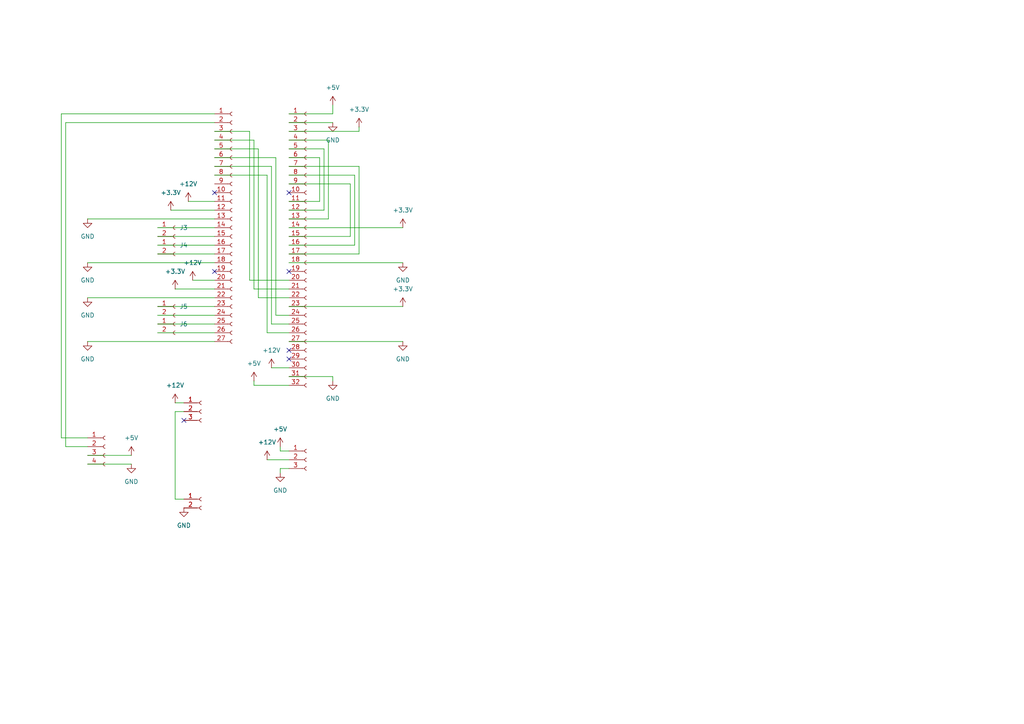
<source format=kicad_sch>
(kicad_sch (version 20250114) (generator "eeschema") (generator_version "9.0")
  (paper "A4")
  (lib_symbols
    (symbol "Connector:Conn_01x02_Socket" (pin_names (offset 1.016) (hide yes))
      (property "Reference" "J" (at 0 2.54 0))
      (property "Value" "Conn_01x02_Socket" (at 0 -5.08 0))
      (symbol "Conn_01x02_Socket_1_1"
        (polyline (pts (xy -1.27 0) (xy -0.508 0)) (stroke (width 0.1524)))
        (polyline (pts (xy -1.27 -2.54) (xy -0.508 -2.54)) (stroke (width 0.1524)))
        (arc (start 0 -0.508) (mid -0.5058 0) (end 0 0.508) (stroke (width 0.1524)))
        (arc (start 0 -3.048) (mid -0.5058 -2.54) (end 0 -2.032) (stroke (width 0.1524)))
        (pin passive line (at -5.08 0 0) (length 3.81) (name "Pin_1") (number "1"))
        (pin passive line (at -5.08 -2.54 0) (length 3.81) (name "Pin_2") (number "2"))
      )
    )
    (symbol "Connector:Conn_01x03_Socket" (pin_names (offset 1.016) (hide yes))
      (property "Reference" "J" (at 0 5.08 0))
      (property "Value" "Conn_01x03_Socket" (at 0 -5.08 0))
      (symbol "Conn_01x03_Socket_1_1"
        (polyline (pts (xy -1.27 2.54) (xy -0.508 2.54)) (stroke (width 0.1524)))
        (polyline (pts (xy -1.27 0) (xy -0.508 0)) (stroke (width 0.1524)))
        (polyline (pts (xy -1.27 -2.54) (xy -0.508 -2.54)) (stroke (width 0.1524)))
        (arc (start 0 2.032) (mid -0.5058 2.54) (end 0 3.048) (stroke (width 0.1524)))
        (arc (start 0 -0.508) (mid -0.5058 0) (end 0 0.508) (stroke (width 0.1524)))
        (arc (start 0 -3.048) (mid -0.5058 -2.54) (end 0 -2.032) (stroke (width 0.1524)))
        (pin passive line (at -5.08 2.54 0) (length 3.81) (name "Pin_1") (number "1"))
        (pin passive line (at -5.08 0 0) (length 3.81) (name "Pin_2") (number "2"))
        (pin passive line (at -5.08 -2.54 0) (length 3.81) (name "Pin_3") (number "3"))
      )
    )
    (symbol "Connector:Conn_01x04_Socket" (pin_names (offset 1.016) (hide yes))
      (property "Reference" "J" (at 0 5.08 0))
      (property "Value" "Conn_01x04_Socket" (at 0 -7.62 0))
      (symbol "Conn_01x04_Socket_1_1"
        (polyline (pts (xy -1.27 2.54) (xy -0.508 2.54)) (stroke (width 0.1524)))
        (polyline (pts (xy -1.27 0) (xy -0.508 0)) (stroke (width 0.1524)))
        (polyline (pts (xy -1.27 -2.54) (xy -0.508 -2.54)) (stroke (width 0.1524)))
        (polyline (pts (xy -1.27 -5.08) (xy -0.508 -5.08)) (stroke (width 0.1524)))
        (arc (start 0 2.032) (mid -0.5058 2.54) (end 0 3.048) (stroke (width 0.1524)))
        (arc (start 0 -0.508) (mid -0.5058 0) (end 0 0.508) (stroke (width 0.1524)))
        (arc (start 0 -3.048) (mid -0.5058 -2.54) (end 0 -2.032) (stroke (width 0.1524)))
        (arc (start 0 -5.588) (mid -0.5058 -5.08) (end 0 -4.572) (stroke (width 0.1524)))
        (pin passive line (at -5.08 2.54 0) (length 3.81) (name "Pin_1") (number "1"))
        (pin passive line (at -5.08 0 0) (length 3.81) (name "Pin_2") (number "2"))
        (pin passive line (at -5.08 -2.54 0) (length 3.81) (name "Pin_3") (number "3"))
        (pin passive line (at -5.08 -5.08 0) (length 3.81) (name "Pin_4") (number "4"))
      )
    )
    (symbol "Connector:Conn_01x27_Socket" (pin_names (offset 1.016) (hide yes))
      (property "Reference" "J" (at 0 35.56 0))
      (property "Value" "Conn_01x27_Socket" (at 0 -35.56 0))
      (symbol "Conn_01x27_Socket_1_1"
        (polyline (pts (xy -1.27 33.02) (xy -0.508 33.02)) (stroke (width 0.1524)))
        (polyline (pts (xy -1.27 30.48) (xy -0.508 30.48)) (stroke (width 0.1524)))
        (polyline (pts (xy -1.27 27.94) (xy -0.508 27.94)) (stroke (width 0.1524)))
        (polyline (pts (xy -1.27 25.4) (xy -0.508 25.4)) (stroke (width 0.1524)))
        (polyline (pts (xy -1.27 22.86) (xy -0.508 22.86)) (stroke (width 0.1524)))
        (polyline (pts (xy -1.27 20.32) (xy -0.508 20.32)) (stroke (width 0.1524)))
        (polyline (pts (xy -1.27 17.78) (xy -0.508 17.78)) (stroke (width 0.1524)))
        (polyline (pts (xy -1.27 15.24) (xy -0.508 15.24)) (stroke (width 0.1524)))
        (polyline (pts (xy -1.27 12.7) (xy -0.508 12.7)) (stroke (width 0.1524)))
        (polyline (pts (xy -1.27 10.16) (xy -0.508 10.16)) (stroke (width 0.1524)))
        (polyline (pts (xy -1.27 7.62) (xy -0.508 7.62)) (stroke (width 0.1524)))
        (polyline (pts (xy -1.27 5.08) (xy -0.508 5.08)) (stroke (width 0.1524)))
        (polyline (pts (xy -1.27 2.54) (xy -0.508 2.54)) (stroke (width 0.1524)))
        (polyline (pts (xy -1.27 0) (xy -0.508 0)) (stroke (width 0.1524)))
        (polyline (pts (xy -1.27 -2.54) (xy -0.508 -2.54)) (stroke (width 0.1524)))
        (polyline (pts (xy -1.27 -5.08) (xy -0.508 -5.08)) (stroke (width 0.1524)))
        (polyline (pts (xy -1.27 -7.62) (xy -0.508 -7.62)) (stroke (width 0.1524)))
        (polyline (pts (xy -1.27 -10.16) (xy -0.508 -10.16)) (stroke (width 0.1524)))
        (polyline (pts (xy -1.27 -12.7) (xy -0.508 -12.7)) (stroke (width 0.1524)))
        (polyline (pts (xy -1.27 -15.24) (xy -0.508 -15.24)) (stroke (width 0.1524)))
        (polyline (pts (xy -1.27 -17.78) (xy -0.508 -17.78)) (stroke (width 0.1524)))
        (polyline (pts (xy -1.27 -20.32) (xy -0.508 -20.32)) (stroke (width 0.1524)))
        (polyline (pts (xy -1.27 -22.86) (xy -0.508 -22.86)) (stroke (width 0.1524)))
        (polyline (pts (xy -1.27 -25.4) (xy -0.508 -25.4)) (stroke (width 0.1524)))
        (polyline (pts (xy -1.27 -27.94) (xy -0.508 -27.94)) (stroke (width 0.1524)))
        (polyline (pts (xy -1.27 -30.48) (xy -0.508 -30.48)) (stroke (width 0.1524)))
        (polyline (pts (xy -1.27 -33.02) (xy -0.508 -33.02)) (stroke (width 0.1524)))
        (arc (start 0 32.512) (mid -0.5058 33.02) (end 0 33.528) (stroke (width 0.1524)))
        (arc (start 0 29.972) (mid -0.5058 30.48) (end 0 30.988) (stroke (width 0.1524)))
        (arc (start 0 27.432) (mid -0.5058 27.94) (end 0 28.448) (stroke (width 0.1524)))
        (arc (start 0 24.892) (mid -0.5058 25.4) (end 0 25.908) (stroke (width 0.1524)))
        (arc (start 0 22.352) (mid -0.5058 22.86) (end 0 23.368) (stroke (width 0.1524)))
        (arc (start 0 19.812) (mid -0.5058 20.32) (end 0 20.828) (stroke (width 0.1524)))
        (arc (start 0 17.272) (mid -0.5058 17.78) (end 0 18.288) (stroke (width 0.1524)))
        (arc (start 0 14.732) (mid -0.5058 15.24) (end 0 15.748) (stroke (width 0.1524)))
        (arc (start 0 12.192) (mid -0.5058 12.7) (end 0 13.208) (stroke (width 0.1524)))
        (arc (start 0 9.652) (mid -0.5058 10.16) (end 0 10.668) (stroke (width 0.1524)))
        (arc (start 0 7.112) (mid -0.5058 7.62) (end 0 8.128) (stroke (width 0.1524)))
        (arc (start 0 4.572) (mid -0.5058 5.08) (end 0 5.588) (stroke (width 0.1524)))
        (arc (start 0 2.032) (mid -0.5058 2.54) (end 0 3.048) (stroke (width 0.1524)))
        (arc (start 0 -0.508) (mid -0.5058 0) (end 0 0.508) (stroke (width 0.1524)))
        (arc (start 0 -3.048) (mid -0.5058 -2.54) (end 0 -2.032) (stroke (width 0.1524)))
        (arc (start 0 -5.588) (mid -0.5058 -5.08) (end 0 -4.572) (stroke (width 0.1524)))
        (arc (start 0 -8.128) (mid -0.5058 -7.62) (end 0 -7.112) (stroke (width 0.1524)))
        (arc (start 0 -10.668) (mid -0.5058 -10.16) (end 0 -9.652) (stroke (width 0.1524)))
        (arc (start 0 -13.208) (mid -0.5058 -12.7) (end 0 -12.192) (stroke (width 0.1524)))
        (arc (start 0 -15.748) (mid -0.5058 -15.24) (end 0 -14.732) (stroke (width 0.1524)))
        (arc (start 0 -18.288) (mid -0.5058 -17.78) (end 0 -17.272) (stroke (width 0.1524)))
        (arc (start 0 -20.828) (mid -0.5058 -20.32) (end 0 -19.812) (stroke (width 0.1524)))
        (arc (start 0 -23.368) (mid -0.5058 -22.86) (end 0 -22.352) (stroke (width 0.1524)))
        (arc (start 0 -25.908) (mid -0.5058 -25.4) (end 0 -24.892) (stroke (width 0.1524)))
        (arc (start 0 -28.448) (mid -0.5058 -27.94) (end 0 -27.432) (stroke (width 0.1524)))
        (arc (start 0 -30.988) (mid -0.5058 -30.48) (end 0 -29.972) (stroke (width 0.1524)))
        (arc (start 0 -33.528) (mid -0.5058 -33.02) (end 0 -32.512) (stroke (width 0.1524)))
        (pin passive line (at -5.08 33.02 0) (length 3.81) (name "Pin_1") (number "1"))
        (pin passive line (at -5.08 30.48 0) (length 3.81) (name "Pin_2") (number "2"))
        (pin passive line (at -5.08 27.94 0) (length 3.81) (name "Pin_3") (number "3"))
        (pin passive line (at -5.08 25.4 0) (length 3.81) (name "Pin_4") (number "4"))
        (pin passive line (at -5.08 22.86 0) (length 3.81) (name "Pin_5") (number "5"))
        (pin passive line (at -5.08 20.32 0) (length 3.81) (name "Pin_6") (number "6"))
        (pin passive line (at -5.08 17.78 0) (length 3.81) (name "Pin_7") (number "7"))
        (pin passive line (at -5.08 15.24 0) (length 3.81) (name "Pin_8") (number "8"))
        (pin passive line (at -5.08 12.7 0) (length 3.81) (name "Pin_9") (number "9"))
        (pin passive line (at -5.08 10.16 0) (length 3.81) (name "Pin_10") (number "10"))
        (pin passive line (at -5.08 7.62 0) (length 3.81) (name "Pin_11") (number "11"))
        (pin passive line (at -5.08 5.08 0) (length 3.81) (name "Pin_12") (number "12"))
        (pin passive line (at -5.08 2.54 0) (length 3.81) (name "Pin_13") (number "13"))
        (pin passive line (at -5.08 0 0) (length 3.81) (name "Pin_14") (number "14"))
        (pin passive line (at -5.08 -2.54 0) (length 3.81) (name "Pin_15") (number "15"))
        (pin passive line (at -5.08 -5.08 0) (length 3.81) (name "Pin_16") (number "16"))
        (pin passive line (at -5.08 -7.62 0) (length 3.81) (name "Pin_17") (number "17"))
        (pin passive line (at -5.08 -10.16 0) (length 3.81) (name "Pin_18") (number "18"))
        (pin passive line (at -5.08 -12.7 0) (length 3.81) (name "Pin_19") (number "19"))
        (pin passive line (at -5.08 -15.24 0) (length 3.81) (name "Pin_20") (number "20"))
        (pin passive line (at -5.08 -17.78 0) (length 3.81) (name "Pin_21") (number "21"))
        (pin passive line (at -5.08 -20.32 0) (length 3.81) (name "Pin_22") (number "22"))
        (pin passive line (at -5.08 -22.86 0) (length 3.81) (name "Pin_23") (number "23"))
        (pin passive line (at -5.08 -25.4 0) (length 3.81) (name "Pin_24") (number "24"))
        (pin passive line (at -5.08 -27.94 0) (length 3.81) (name "Pin_25") (number "25"))
        (pin passive line (at -5.08 -30.48 0) (length 3.81) (name "Pin_26") (number "26"))
        (pin passive line (at -5.08 -33.02 0) (length 3.81) (name "Pin_27") (number "27"))
      )
    )
    (symbol "Connector:Conn_01x32_Socket" (pin_names (offset 1.016) (hide yes))
      (property "Reference" "J" (at 0 40.64 0))
      (property "Value" "Conn_01x32_Socket" (at 0 -43.18 0))
      (symbol "Conn_01x32_Socket_1_1"
        (polyline (pts (xy -1.27 38.1) (xy -0.508 38.1)) (stroke (width 0.1524)))
        (polyline (pts (xy -1.27 35.56) (xy -0.508 35.56)) (stroke (width 0.1524)))
        (polyline (pts (xy -1.27 33.02) (xy -0.508 33.02)) (stroke (width 0.1524)))
        (polyline (pts (xy -1.27 30.48) (xy -0.508 30.48)) (stroke (width 0.1524)))
        (polyline (pts (xy -1.27 27.94) (xy -0.508 27.94)) (stroke (width 0.1524)))
        (polyline (pts (xy -1.27 25.4) (xy -0.508 25.4)) (stroke (width 0.1524)))
        (polyline (pts (xy -1.27 22.86) (xy -0.508 22.86)) (stroke (width 0.1524)))
        (polyline (pts (xy -1.27 20.32) (xy -0.508 20.32)) (stroke (width 0.1524)))
        (polyline (pts (xy -1.27 17.78) (xy -0.508 17.78)) (stroke (width 0.1524)))
        (polyline (pts (xy -1.27 15.24) (xy -0.508 15.24)) (stroke (width 0.1524)))
        (polyline (pts (xy -1.27 12.7) (xy -0.508 12.7)) (stroke (width 0.1524)))
        (polyline (pts (xy -1.27 10.16) (xy -0.508 10.16)) (stroke (width 0.1524)))
        (polyline (pts (xy -1.27 7.62) (xy -0.508 7.62)) (stroke (width 0.1524)))
        (polyline (pts (xy -1.27 5.08) (xy -0.508 5.08)) (stroke (width 0.1524)))
        (polyline (pts (xy -1.27 2.54) (xy -0.508 2.54)) (stroke (width 0.1524)))
        (polyline (pts (xy -1.27 0) (xy -0.508 0)) (stroke (width 0.1524)))
        (polyline (pts (xy -1.27 -2.54) (xy -0.508 -2.54)) (stroke (width 0.1524)))
        (polyline (pts (xy -1.27 -5.08) (xy -0.508 -5.08)) (stroke (width 0.1524)))
        (polyline (pts (xy -1.27 -7.62) (xy -0.508 -7.62)) (stroke (width 0.1524)))
        (polyline (pts (xy -1.27 -10.16) (xy -0.508 -10.16)) (stroke (width 0.1524)))
        (polyline (pts (xy -1.27 -12.7) (xy -0.508 -12.7)) (stroke (width 0.1524)))
        (polyline (pts (xy -1.27 -15.24) (xy -0.508 -15.24)) (stroke (width 0.1524)))
        (polyline (pts (xy -1.27 -17.78) (xy -0.508 -17.78)) (stroke (width 0.1524)))
        (polyline (pts (xy -1.27 -20.32) (xy -0.508 -20.32)) (stroke (width 0.1524)))
        (polyline (pts (xy -1.27 -22.86) (xy -0.508 -22.86)) (stroke (width 0.1524)))
        (polyline (pts (xy -1.27 -25.4) (xy -0.508 -25.4)) (stroke (width 0.1524)))
        (polyline (pts (xy -1.27 -27.94) (xy -0.508 -27.94)) (stroke (width 0.1524)))
        (polyline (pts (xy -1.27 -30.48) (xy -0.508 -30.48)) (stroke (width 0.1524)))
        (polyline (pts (xy -1.27 -33.02) (xy -0.508 -33.02)) (stroke (width 0.1524)))
        (polyline (pts (xy -1.27 -35.56) (xy -0.508 -35.56)) (stroke (width 0.1524)))
        (polyline (pts (xy -1.27 -38.1) (xy -0.508 -38.1)) (stroke (width 0.1524)))
        (polyline (pts (xy -1.27 -40.64) (xy -0.508 -40.64)) (stroke (width 0.1524)))
        (arc (start 0 37.592) (mid -0.5058 38.1) (end 0 38.608) (stroke (width 0.1524)))
        (arc (start 0 35.052) (mid -0.5058 35.56) (end 0 36.068) (stroke (width 0.1524)))
        (arc (start 0 32.512) (mid -0.5058 33.02) (end 0 33.528) (stroke (width 0.1524)))
        (arc (start 0 29.972) (mid -0.5058 30.48) (end 0 30.988) (stroke (width 0.1524)))
        (arc (start 0 27.432) (mid -0.5058 27.94) (end 0 28.448) (stroke (width 0.1524)))
        (arc (start 0 24.892) (mid -0.5058 25.4) (end 0 25.908) (stroke (width 0.1524)))
        (arc (start 0 22.352) (mid -0.5058 22.86) (end 0 23.368) (stroke (width 0.1524)))
        (arc (start 0 19.812) (mid -0.5058 20.32) (end 0 20.828) (stroke (width 0.1524)))
        (arc (start 0 17.272) (mid -0.5058 17.78) (end 0 18.288) (stroke (width 0.1524)))
        (arc (start 0 14.732) (mid -0.5058 15.24) (end 0 15.748) (stroke (width 0.1524)))
        (arc (start 0 12.192) (mid -0.5058 12.7) (end 0 13.208) (stroke (width 0.1524)))
        (arc (start 0 9.652) (mid -0.5058 10.16) (end 0 10.668) (stroke (width 0.1524)))
        (arc (start 0 7.112) (mid -0.5058 7.62) (end 0 8.128) (stroke (width 0.1524)))
        (arc (start 0 4.572) (mid -0.5058 5.08) (end 0 5.588) (stroke (width 0.1524)))
        (arc (start 0 2.032) (mid -0.5058 2.54) (end 0 3.048) (stroke (width 0.1524)))
        (arc (start 0 -0.508) (mid -0.5058 0) (end 0 0.508) (stroke (width 0.1524)))
        (arc (start 0 -3.048) (mid -0.5058 -2.54) (end 0 -2.032) (stroke (width 0.1524)))
        (arc (start 0 -5.588) (mid -0.5058 -5.08) (end 0 -4.572) (stroke (width 0.1524)))
        (arc (start 0 -8.128) (mid -0.5058 -7.62) (end 0 -7.112) (stroke (width 0.1524)))
        (arc (start 0 -10.668) (mid -0.5058 -10.16) (end 0 -9.652) (stroke (width 0.1524)))
        (arc (start 0 -13.208) (mid -0.5058 -12.7) (end 0 -12.192) (stroke (width 0.1524)))
        (arc (start 0 -15.748) (mid -0.5058 -15.24) (end 0 -14.732) (stroke (width 0.1524)))
        (arc (start 0 -18.288) (mid -0.5058 -17.78) (end 0 -17.272) (stroke (width 0.1524)))
        (arc (start 0 -20.828) (mid -0.5058 -20.32) (end 0 -19.812) (stroke (width 0.1524)))
        (arc (start 0 -23.368) (mid -0.5058 -22.86) (end 0 -22.352) (stroke (width 0.1524)))
        (arc (start 0 -25.908) (mid -0.5058 -25.4) (end 0 -24.892) (stroke (width 0.1524)))
        (arc (start 0 -28.448) (mid -0.5058 -27.94) (end 0 -27.432) (stroke (width 0.1524)))
        (arc (start 0 -30.988) (mid -0.5058 -30.48) (end 0 -29.972) (stroke (width 0.1524)))
        (arc (start 0 -33.528) (mid -0.5058 -33.02) (end 0 -32.512) (stroke (width 0.1524)))
        (arc (start 0 -36.068) (mid -0.5058 -35.56) (end 0 -35.052) (stroke (width 0.1524)))
        (arc (start 0 -38.608) (mid -0.5058 -38.1) (end 0 -37.592) (stroke (width 0.1524)))
        (arc (start 0 -41.148) (mid -0.5058 -40.64) (end 0 -40.132) (stroke (width 0.1524)))
        (pin passive line (at -5.08 38.1 0) (length 3.81) (name "Pin_1") (number "1"))
        (pin passive line (at -5.08 35.56 0) (length 3.81) (name "Pin_2") (number "2"))
        (pin passive line (at -5.08 33.02 0) (length 3.81) (name "Pin_3") (number "3"))
        (pin passive line (at -5.08 30.48 0) (length 3.81) (name "Pin_4") (number "4"))
        (pin passive line (at -5.08 27.94 0) (length 3.81) (name "Pin_5") (number "5"))
        (pin passive line (at -5.08 25.4 0) (length 3.81) (name "Pin_6") (number "6"))
        (pin passive line (at -5.08 22.86 0) (length 3.81) (name "Pin_7") (number "7"))
        (pin passive line (at -5.08 20.32 0) (length 3.81) (name "Pin_8") (number "8"))
        (pin passive line (at -5.08 17.78 0) (length 3.81) (name "Pin_9") (number "9"))
        (pin passive line (at -5.08 15.24 0) (length 3.81) (name "Pin_10") (number "10"))
        (pin passive line (at -5.08 12.7 0) (length 3.81) (name "Pin_11") (number "11"))
        (pin passive line (at -5.08 10.16 0) (length 3.81) (name "Pin_12") (number "12"))
        (pin passive line (at -5.08 7.62 0) (length 3.81) (name "Pin_13") (number "13"))
        (pin passive line (at -5.08 5.08 0) (length 3.81) (name "Pin_14") (number "14"))
        (pin passive line (at -5.08 2.54 0) (length 3.81) (name "Pin_15") (number "15"))
        (pin passive line (at -5.08 0 0) (length 3.81) (name "Pin_16") (number "16"))
        (pin passive line (at -5.08 -2.54 0) (length 3.81) (name "Pin_17") (number "17"))
        (pin passive line (at -5.08 -5.08 0) (length 3.81) (name "Pin_18") (number "18"))
        (pin passive line (at -5.08 -7.62 0) (length 3.81) (name "Pin_19") (number "19"))
        (pin passive line (at -5.08 -10.16 0) (length 3.81) (name "Pin_20") (number "20"))
        (pin passive line (at -5.08 -12.7 0) (length 3.81) (name "Pin_21") (number "21"))
        (pin passive line (at -5.08 -15.24 0) (length 3.81) (name "Pin_22") (number "22"))
        (pin passive line (at -5.08 -17.78 0) (length 3.81) (name "Pin_23") (number "23"))
        (pin passive line (at -5.08 -20.32 0) (length 3.81) (name "Pin_24") (number "24"))
        (pin passive line (at -5.08 -22.86 0) (length 3.81) (name "Pin_25") (number "25"))
        (pin passive line (at -5.08 -25.4 0) (length 3.81) (name "Pin_26") (number "26"))
        (pin passive line (at -5.08 -27.94 0) (length 3.81) (name "Pin_27") (number "27"))
        (pin passive line (at -5.08 -30.48 0) (length 3.81) (name "Pin_28") (number "28"))
        (pin passive line (at -5.08 -33.02 0) (length 3.81) (name "Pin_29") (number "29"))
        (pin passive line (at -5.08 -35.56 0) (length 3.81) (name "Pin_30") (number "30"))
        (pin passive line (at -5.08 -38.1 0) (length 3.81) (name "Pin_31") (number "31"))
        (pin passive line (at -5.08 -40.64 0) (length 3.81) (name "Pin_32") (number "32"))
      )
    )
    (symbol "power:+12V" (power) (pin_numbers (hide yes)) (pin_names (offset 0) (hide yes))
      (property "Value" "+12V" (at 0 3.556 0))
      (symbol "+12V_0_1"
        (polyline (pts (xy -0.762 1.27) (xy 0 2.54)))
        (polyline (pts (xy 0 2.54) (xy 0.762 1.27)))
        (polyline (pts (xy 0 0) (xy 0 2.54)))
      )
      (symbol "+12V_1_1"
        (pin power_in line (at 0 0 90) (length 0) (name "~") (number "1"))
      )
    )
    (symbol "power:+3.3V" (power) (pin_numbers (hide yes)) (pin_names (offset 0) (hide yes))
      (property "Value" "+3.3V" (at 0 3.556 0))
      (symbol "+3.3V_0_1"
        (polyline (pts (xy -0.762 1.27) (xy 0 2.54)))
        (polyline (pts (xy 0 2.54) (xy 0.762 1.27)))
        (polyline (pts (xy 0 0) (xy 0 2.54)))
      )
      (symbol "+3.3V_1_1"
        (pin power_in line (at 0 0 90) (length 0) (name "~") (number "1"))
      )
    )
    (symbol "power:+5V" (power) (pin_numbers (hide yes)) (pin_names (offset 0) (hide yes))
      (property "Value" "+5V" (at 0 3.556 0))
      (symbol "+5V_0_1"
        (polyline (pts (xy -0.762 1.27) (xy 0 2.54)))
        (polyline (pts (xy 0 2.54) (xy 0.762 1.27)))
        (polyline (pts (xy 0 0) (xy 0 2.54)))
      )
      (symbol "+5V_1_1"
        (pin power_in line (at 0 0 90) (length 0) (name "~") (number "1"))
      )
    )
    (symbol "power:GND" (power) (pin_numbers (hide yes)) (pin_names (offset 0) (hide yes))
      (property "Value" "GND" (at 0 -3.81 0))
      (symbol "GND_0_1"
        (polyline (pts (xy 0 0) (xy 0 -1.27) (xy 1.27 -1.27) (xy 0 -2.54) (xy -1.27 -1.27) (xy 0 -1.27)))
      )
      (symbol "GND_1_1"
        (pin power_in line (at 0 0 270) (length 0) (name "~") (number "1"))
      )
    )
  )
  (no_connect (at 62.23 78.74))
  (no_connect (at 53.34 121.92))
  (no_connect (at 83.82 101.6))
  (no_connect (at 83.82 104.14))
  (no_connect (at 62.23 55.88))
  (no_connect (at 83.82 55.88))
  (no_connect (at 83.82 78.74))
  (wire (pts (xy 102.87 71.12) (xy 83.82 71.12)))
  (wire (pts (xy 73.66 40.64) (xy 73.66 83.82)))
  (wire (pts (xy 50.8 116.84) (xy 53.34 116.84)))
  (wire (pts (xy 104.14 73.66) (xy 83.82 73.66)))
  (wire (pts (xy 53.34 119.38) (xy 50.8 119.38)))
  (wire (pts (xy 50.8 144.78) (xy 53.34 144.78)))
  (wire (pts (xy 83.82 76.2) (xy 116.84 76.2)))
  (wire (pts (xy 45.72 91.44) (xy 62.23 91.44)))
  (wire (pts (xy 19.05 35.56) (xy 62.23 35.56)))
  (wire (pts (xy 62.23 63.5) (xy 25.4 63.5)))
  (wire (pts (xy 74.93 43.18) (xy 62.23 43.18)))
  (wire (pts (xy 17.78 33.02) (xy 62.23 33.02)))
  (wire (pts (xy 80.01 45.72) (xy 80.01 91.44)))
  (wire (pts (xy 45.72 73.66) (xy 62.23 73.66)))
  (wire (pts (xy 78.74 48.26) (xy 78.74 93.98)))
  (wire (pts (xy 78.74 106.68) (xy 83.82 106.68)))
  (wire (pts (xy 62.23 48.26) (xy 78.74 48.26)))
  (wire (pts (xy 92.71 45.72) (xy 92.71 58.42)))
  (wire (pts (xy 104.14 48.26) (xy 104.14 73.66)))
  (wire (pts (xy 62.23 50.8) (xy 77.47 50.8)))
  (wire (pts (xy 50.8 119.38) (xy 50.8 144.78)))
  (wire (pts (xy 81.28 129.54) (xy 81.28 130.81)))
  (wire (pts (xy 83.82 96.52) (xy 77.47 96.52)))
  (wire (pts (xy 17.78 33.02) (xy 17.78 127)))
  (wire (pts (xy 73.66 40.64) (xy 62.23 40.64)))
  (wire (pts (xy 62.23 83.82) (xy 50.8 83.82)))
  (wire (pts (xy 45.72 93.98) (xy 62.23 93.98)))
  (wire (pts (xy 25.4 129.54) (xy 19.05 129.54)))
  (wire (pts (xy 83.82 38.1) (xy 104.14 38.1)))
  (wire (pts (xy 81.28 137.16) (xy 81.28 135.89)))
  (wire (pts (xy 80.01 91.44) (xy 83.82 91.44)))
  (wire (pts (xy 83.82 99.06) (xy 116.84 99.06)))
  (wire (pts (xy 104.14 36.83) (xy 104.14 38.1)))
  (wire (pts (xy 93.98 60.96) (xy 83.82 60.96)))
  (wire (pts (xy 101.6 53.34) (xy 83.82 53.34)))
  (wire (pts (xy 73.66 111.76) (xy 83.82 111.76)))
  (wire (pts (xy 45.72 96.52) (xy 62.23 96.52)))
  (wire (pts (xy 62.23 81.28) (xy 55.88 81.28)))
  (wire (pts (xy 74.93 86.36) (xy 83.82 86.36)))
  (wire (pts (xy 72.39 38.1) (xy 72.39 81.28)))
  (wire (pts (xy 62.23 76.2) (xy 25.4 76.2)))
  (wire (pts (xy 96.52 30.48) (xy 96.52 33.02)))
  (wire (pts (xy 93.98 43.18) (xy 93.98 60.96)))
  (wire (pts (xy 77.47 96.52) (xy 77.47 50.8)))
  (wire (pts (xy 74.93 43.18) (xy 74.93 86.36)))
  (wire (pts (xy 101.6 68.58) (xy 83.82 68.58)))
  (wire (pts (xy 62.23 45.72) (xy 80.01 45.72)))
  (wire (pts (xy 62.23 38.1) (xy 72.39 38.1)))
  (wire (pts (xy 25.4 99.06) (xy 62.23 99.06)))
  (wire (pts (xy 102.87 50.8) (xy 102.87 71.12)))
  (wire (pts (xy 83.82 40.64) (xy 95.25 40.64)))
  (wire (pts (xy 83.82 50.8) (xy 102.87 50.8)))
  (wire (pts (xy 83.82 35.56) (xy 96.52 35.56)))
  (wire (pts (xy 19.05 35.56) (xy 19.05 129.54)))
  (wire (pts (xy 96.52 33.02) (xy 83.82 33.02)))
  (wire (pts (xy 38.1 132.08) (xy 25.4 132.08)))
  (wire (pts (xy 62.23 66.04) (xy 45.72 66.04)))
  (wire (pts (xy 83.82 93.98) (xy 78.74 93.98)))
  (wire (pts (xy 83.82 43.18) (xy 93.98 43.18)))
  (wire (pts (xy 73.66 110.49) (xy 73.66 111.76)))
  (wire (pts (xy 81.28 130.81) (xy 83.82 130.81)))
  (wire (pts (xy 62.23 86.36) (xy 25.4 86.36)))
  (wire (pts (xy 45.72 71.12) (xy 62.23 71.12)))
  (wire (pts (xy 77.47 133.35) (xy 83.82 133.35)))
  (wire (pts (xy 96.52 109.22) (xy 96.52 110.49)))
  (wire (pts (xy 62.23 58.42) (xy 54.61 58.42)))
  (wire (pts (xy 83.82 45.72) (xy 92.71 45.72)))
  (wire (pts (xy 62.23 60.96) (xy 49.53 60.96)))
  (wire (pts (xy 83.82 109.22) (xy 96.52 109.22)))
  (wire (pts (xy 17.78 127) (xy 25.4 127)))
  (wire (pts (xy 83.82 66.04) (xy 116.84 66.04)))
  (wire (pts (xy 95.25 40.64) (xy 95.25 63.5)))
  (wire (pts (xy 83.82 81.28) (xy 72.39 81.28)))
  (wire (pts (xy 45.72 88.9) (xy 62.23 88.9)))
  (wire (pts (xy 81.28 135.89) (xy 83.82 135.89)))
  (wire (pts (xy 92.71 58.42) (xy 83.82 58.42)))
  (wire (pts (xy 101.6 68.58) (xy 101.6 53.34)))
  (wire (pts (xy 73.66 83.82) (xy 83.82 83.82)))
  (wire (pts (xy 104.14 48.26) (xy 83.82 48.26)))
  (wire (pts (xy 95.25 63.5) (xy 83.82 63.5)))
  (wire (pts (xy 45.72 68.58) (xy 62.23 68.58)))
  (wire (pts (xy 38.1 134.62) (xy 25.4 134.62)))
  (wire (pts (xy 83.82 88.9) (xy 116.84 88.9)))
  (symbol (lib_id "power:+12V") (at 78.74 106.68 0) (unit 1)
    (property "Reference" "#PWR020" (effects (hide yes)))
    (property "Value" "+12V" (at 78.74 101.6 0))
    (property "Description" "Power symbol creates a global label with name \"+12V\"" (effects (hide yes)))
  )
  (symbol (lib_id "power:+12V") (at 77.47 133.35 0) (unit 1)
    (property "Reference" "#PWR023" (effects (hide yes)))
    (property "Value" "+12V" (at 77.47 128.27 0))
    (property "Description" "Power symbol creates a global label with name \"+12V\"" (effects (hide yes)))
  )
  (symbol (lib_id "Connector:Conn_01x32_Socket") (at 88.9 71.12 0) (unit 1)
    (property "Reference" "J1" (effects (hide yes)))
    (property "Value" "Conn_01x32_Socket" (effects (hide yes)))
    (property "Footprint" "Connector_PinHeader_2.54mm:PinHeader_1x32_P2.54mm_Vertical" (effects (hide yes)))
    (property "Description" "Generic connector, single row, 01x32, script generated" (effects (hide yes)))
  )
  (symbol (lib_id "Connector:Conn_01x04_Socket") (at 30.48 129.54 0) (unit 1)
    (property "Reference" "J7" (effects (hide yes)))
    (property "Value" "Conn_01x04_Socket" (effects (hide yes)))
    (property "Footprint" "Connector_PinHeader_2.54mm:PinHeader_1x04_P2.54mm_Vertical" (effects (hide yes)))
    (property "Description" "Generic connector, single row, 01x04, script generated" (effects (hide yes)))
  )
  (symbol (lib_id "power:GND") (at 38.1 134.62 0) (unit 1)
    (property "Reference" "#PWR017" (effects (hide yes)))
    (property "Value" "GND" (at 38.1 139.7 0))
    (property "Description" "Power symbol creates a global label with name \"GND\" , ground" (effects (hide yes)))
  )
  (symbol (lib_id "Connector:Conn_01x27_Socket") (at 67.31 66.04 0) (unit 1)
    (property "Reference" "J8" (effects (hide yes)))
    (property "Value" "Conn_01x27_Socket" (effects (hide yes)))
    (property "Footprint" "Connector_PinHeader_2.54mm:PinHeader_1x27_P2.54mm_Vertical" (effects (hide yes)))
    (property "Description" "Generic connector, single row, 01x27, script generated" (effects (hide yes)))
  )
  (symbol (lib_id "Connector:Conn_01x02_Socket") (at 58.42 144.78 0) (unit 1)
    (property "Reference" "J9" (effects (hide yes)))
    (property "Value" "Conn_01x02_Socket" (effects (hide yes)))
    (property "Footprint" "Connector_PinHeader_2.54mm:PinHeader_1x02_P2.54mm_Vertical" (effects (hide yes)))
    (property "Description" "Generic connector, single row, 01x02, script generated" (effects (hide yes)))
  )
  (symbol (lib_id "power:+12V") (at 55.88 81.28 0) (unit 1)
    (property "Reference" "#PWR012" (effects (hide yes)))
    (property "Value" "+12V" (at 55.88 76.2 0))
    (property "Description" "Power symbol creates a global label with name \"+12V\"" (effects (hide yes)))
  )
  (symbol (lib_id "power:GND") (at 96.52 35.56 0) (unit 1)
    (property "Reference" "#PWR02" (effects (hide yes)))
    (property "Value" "GND" (at 96.52 40.64 0))
    (property "Description" "Power symbol creates a global label with name \"GND\" , ground" (effects (hide yes)))
  )
  (symbol (lib_id "power:GND") (at 81.28 137.16 0) (unit 1)
    (property "Reference" "#PWR024" (effects (hide yes)))
    (property "Value" "GND" (at 81.28 142.24 0))
    (property "Description" "Power symbol creates a global label with name \"GND\" , ground" (effects (hide yes)))
  )
  (symbol (lib_id "power:+5V") (at 96.52 30.48 0) (unit 1)
    (property "Reference" "#PWR03" (effects (hide yes)))
    (property "Value" "+5V" (at 96.52 25.4 0))
    (property "Description" "Power symbol creates a global label with name \"+5V\"" (effects (hide yes)))
  )
  (symbol (lib_id "power:+3.3V") (at 116.84 66.04 0) (unit 1)
    (property "Reference" "#PWR04" (effects (hide yes)))
    (property "Value" "+3.3V" (at 116.84 60.96 0))
    (property "Description" "Power symbol creates a global label with name \"+3.3V\"" (effects (hide yes)))
  )
  (symbol (lib_id "Connector:Conn_01x02_Socket") (at 50.8 71.12 0) (unit 1)
    (property "Reference" "J4" (at 52.07 71.1199 0) (effects (justify left)))
    (property "Value" "Conn_01x02_Socket" (effects (hide yes)))
    (property "Footprint" "Connector_PinHeader_2.54mm:PinHeader_1x02_P2.54mm_Vertical" (effects (hide yes)))
    (property "Description" "Generic connector, single row, 01x02, script generated" (effects (hide yes)))
  )
  (symbol (lib_id "power:+12V") (at 54.61 58.42 0) (unit 1)
    (property "Reference" "#PWR08" (effects (hide yes)))
    (property "Value" "+12V" (at 54.61 53.34 0))
    (property "Description" "Power symbol creates a global label with name \"+12V\"" (effects (hide yes)))
  )
  (symbol (lib_id "power:+3.3V") (at 104.14 36.83 0) (unit 1)
    (property "Reference" "#PWR01" (effects (hide yes)))
    (property "Value" "+3.3V" (at 104.14 31.75 0))
    (property "Description" "Power symbol creates a global label with name \"+3.3V\"" (effects (hide yes)))
  )
  (symbol (lib_id "Connector:Conn_01x02_Socket") (at 50.8 93.98 0) (unit 1)
    (property "Reference" "J6" (at 52.07 93.9799 0) (effects (justify left)))
    (property "Value" "Conn_01x02_Socket" (effects (hide yes)))
    (property "Footprint" "Connector_PinHeader_2.54mm:PinHeader_1x02_P2.54mm_Vertical" (effects (hide yes)))
    (property "Description" "Generic connector, single row, 01x02, script generated" (effects (hide yes)))
  )
  (symbol (lib_id "Connector:Conn_01x03_Socket") (at 88.9 133.35 0) (unit 1)
    (property "Reference" "J10" (effects (hide yes)))
    (property "Value" "Conn_01x03_Socket" (effects (hide yes)))
    (property "Footprint" "Connector_PinHeader_2.54mm:PinHeader_1x03_P2.54mm_Vertical" (effects (hide yes)))
    (property "Description" "Generic connector, single row, 01x03, script generated" (effects (hide yes)))
  )
  (symbol (lib_id "power:+12V") (at 50.8 116.84 0) (unit 1)
    (property "Reference" "#PWR021" (effects (hide yes)))
    (property "Value" "+12V" (at 50.8 111.76 0))
    (property "Description" "Power symbol creates a global label with name \"+12V\"" (effects (hide yes)))
  )
  (symbol (lib_id "power:+5V") (at 38.1 132.08 0) (unit 1)
    (property "Reference" "#PWR016" (effects (hide yes)))
    (property "Value" "+5V" (at 38.1 127 0))
    (property "Description" "Power symbol creates a global label with name \"+5V\"" (effects (hide yes)))
  )
  (symbol (lib_id "Connector:Conn_01x02_Socket") (at 50.8 88.9 0) (unit 1)
    (property "Reference" "J5" (at 52.07 88.8999 0) (effects (justify left)))
    (property "Value" "Conn_01x02_Socket" (effects (hide yes)))
    (property "Footprint" "Connector_PinHeader_2.54mm:PinHeader_1x02_P2.54mm_Vertical" (effects (hide yes)))
    (property "Description" "Generic connector, single row, 01x02, script generated" (effects (hide yes)))
  )
  (symbol (lib_id "power:GND") (at 25.4 86.36 0) (unit 1)
    (property "Reference" "#PWR014" (effects (hide yes)))
    (property "Value" "GND" (at 25.4 91.44 0))
    (property "Description" "Power symbol creates a global label with name \"GND\" , ground" (effects (hide yes)))
  )
  (symbol (lib_id "power:GND") (at 96.52 110.49 0) (unit 1)
    (property "Reference" "#PWR019" (effects (hide yes)))
    (property "Value" "GND" (at 96.52 115.57 0))
    (property "Description" "Power symbol creates a global label with name \"GND\" , ground" (effects (hide yes)))
  )
  (symbol (lib_id "power:+3.3V") (at 116.84 88.9 0) (unit 1)
    (property "Reference" "#PWR06" (effects (hide yes)))
    (property "Value" "+3.3V" (at 116.84 83.82 0))
    (property "Description" "Power symbol creates a global label with name \"+3.3V\"" (effects (hide yes)))
  )
  (symbol (lib_id "power:+5V") (at 73.66 110.49 0) (unit 1)
    (property "Reference" "#PWR018" (effects (hide yes)))
    (property "Value" "+5V" (at 73.66 105.41 0))
    (property "Description" "Power symbol creates a global label with name \"+5V\"" (effects (hide yes)))
  )
  (symbol (lib_id "power:GND") (at 25.4 99.06 0) (unit 1)
    (property "Reference" "#PWR015" (effects (hide yes)))
    (property "Value" "GND" (at 25.4 104.14 0))
    (property "Description" "Power symbol creates a global label with name \"GND\" , ground" (effects (hide yes)))
  )
  (symbol (lib_id "power:GND") (at 116.84 76.2 0) (unit 1)
    (property "Reference" "#PWR05" (effects (hide yes)))
    (property "Value" "GND" (at 116.84 81.28 0))
    (property "Description" "Power symbol creates a global label with name \"GND\" , ground" (effects (hide yes)))
  )
  (symbol (lib_id "power:GND") (at 25.4 63.5 0) (unit 1)
    (property "Reference" "#PWR010" (effects (hide yes)))
    (property "Value" "GND" (at 25.4 68.58 0))
    (property "Description" "Power symbol creates a global label with name \"GND\" , ground" (effects (hide yes)))
  )
  (symbol (lib_id "power:GND") (at 25.4 76.2 0) (unit 1)
    (property "Reference" "#PWR011" (effects (hide yes)))
    (property "Value" "GND" (at 25.4 81.28 0))
    (property "Description" "Power symbol creates a global label with name \"GND\" , ground" (effects (hide yes)))
  )
  (symbol (lib_id "power:+5V") (at 81.28 129.54 0) (unit 1)
    (property "Reference" "#PWR025" (effects (hide yes)))
    (property "Value" "+5V" (at 81.28 124.46 0))
    (property "Description" "Power symbol creates a global label with name \"+5V\"" (effects (hide yes)))
  )
  (symbol (lib_id "power:GND") (at 116.84 99.06 0) (unit 1)
    (property "Reference" "#PWR07" (effects (hide yes)))
    (property "Value" "GND" (at 116.84 104.14 0))
    (property "Description" "Power symbol creates a global label with name \"GND\" , ground" (effects (hide yes)))
  )
  (symbol (lib_id "power:GND") (at 53.34 147.32 0) (unit 1)
    (property "Reference" "#PWR022" (effects (hide yes)))
    (property "Value" "GND" (at 53.34 152.4 0))
    (property "Description" "Power symbol creates a global label with name \"GND\" , ground" (effects (hide yes)))
  )
  (symbol (lib_id "power:+3.3V") (at 50.8 83.82 0) (unit 1)
    (property "Reference" "#PWR013" (effects (hide yes)))
    (property "Value" "+3.3V" (at 50.8 78.74 0))
    (property "Description" "Power symbol creates a global label with name \"+3.3V\"" (effects (hide yes)))
  )
  (symbol (lib_id "Connector:Conn_01x02_Socket") (at 50.8 66.04 0) (unit 1)
    (property "Reference" "J3" (at 52.07 66.0399 0) (effects (justify left)))
    (property "Value" "Conn_01x02_Socket" (effects (hide yes)))
    (property "Footprint" "Connector_PinHeader_2.54mm:PinHeader_1x02_P2.54mm_Vertical" (effects (hide yes)))
    (property "Description" "Generic connector, single row, 01x02, script generated" (effects (hide yes)))
  )
  (symbol (lib_id "power:+3.3V") (at 49.53 60.96 0) (unit 1)
    (property "Reference" "#PWR09" (effects (hide yes)))
    (property "Value" "+3.3V" (at 49.53 55.88 0))
    (property "Description" "Power symbol creates a global label with name \"+3.3V\"" (effects (hide yes)))
  )
  (symbol (lib_id "Connector:Conn_01x03_Socket") (at 58.42 119.38 0) (unit 1)
    (property "Reference" "J2" (effects (hide yes)))
    (property "Value" "Conn_01x03_Socket" (effects (hide yes)))
    (property "Footprint" "Connector_PinHeader_2.54mm:PinHeader_1x03_P2.54mm_Vertical" (effects (hide yes)))
    (property "Description" "Generic connector, single row, 01x03, script generated" (effects (hide yes)))
  )
)
</source>
